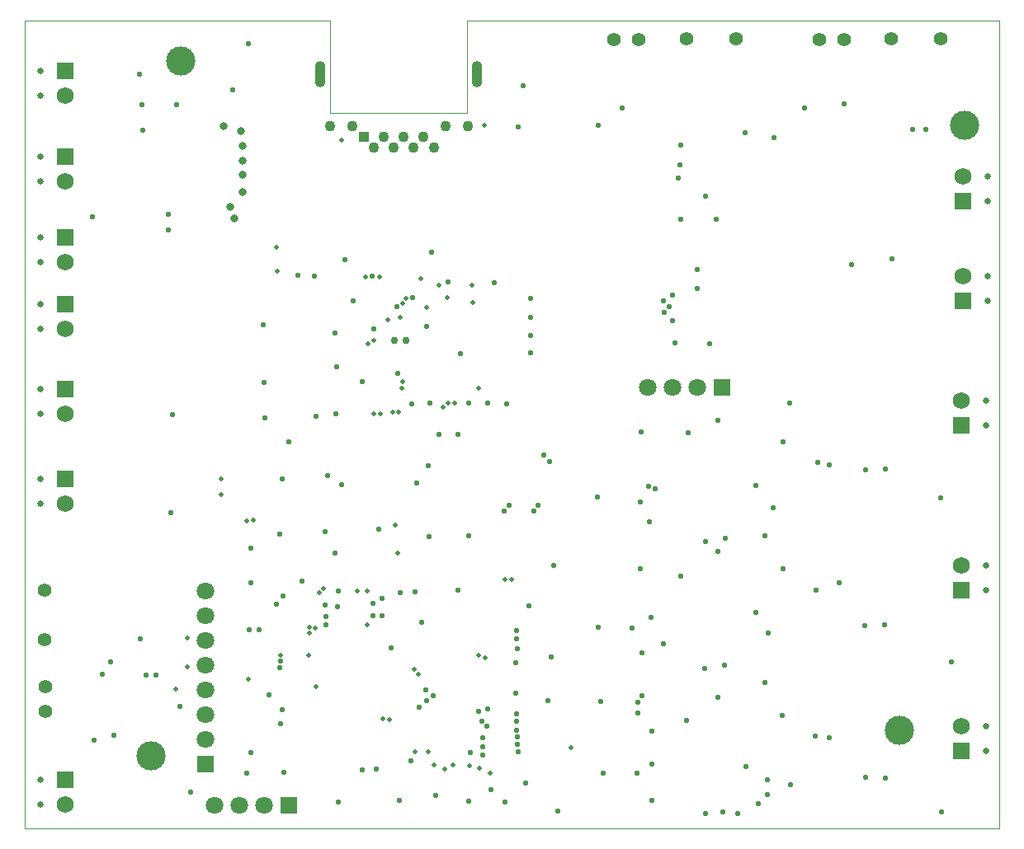
<source format=gbs>
G04*
G04 #@! TF.GenerationSoftware,Altium Limited,Altium Designer,19.0.9 (268)*
G04*
G04 Layer_Color=16711935*
%FSLAX25Y25*%
%MOIN*%
G70*
G01*
G75*
%ADD18C,0.00394*%
%ADD65C,0.11811*%
%ADD66C,0.07087*%
%ADD67R,0.07087X0.07087*%
%ADD68C,0.05512*%
%ADD69O,0.04331X0.10630*%
%ADD70C,0.04331*%
%ADD71R,0.04331X0.04331*%
%ADD72C,0.02559*%
%ADD73C,0.06890*%
%ADD74R,0.06890X0.06890*%
%ADD75R,0.07087X0.07087*%
%ADD76C,0.02165*%
%ADD77C,0.01968*%
%ADD78C,0.03150*%
%ADD79C,0.02992*%
D18*
X-0Y-326772D02*
X393701Y-326772D01*
X178740Y0D02*
X393701Y0D01*
X0D02*
X123386Y-0D01*
X123386Y-37480D02*
X178740Y-37480D01*
X393701Y-326772D02*
X393701Y0D01*
X-0Y-326772D02*
X0Y0D01*
X178740Y-37480D02*
X178740Y0D01*
X123386Y-37480D02*
X123386Y-0D01*
D65*
X353445Y-287106D02*
D03*
X379724Y-42323D02*
D03*
X62894Y-16535D02*
D03*
X50787Y-297638D02*
D03*
D66*
X251457Y-148327D02*
D03*
X261457D02*
D03*
X271457D02*
D03*
X73073Y-230748D02*
D03*
Y-240748D02*
D03*
Y-250748D02*
D03*
Y-260748D02*
D03*
Y-290748D02*
D03*
Y-280748D02*
D03*
Y-270748D02*
D03*
X96457Y-317520D02*
D03*
X86457D02*
D03*
X76457D02*
D03*
D67*
X281457Y-148327D02*
D03*
X106457Y-317520D02*
D03*
D68*
X330866Y-7874D02*
D03*
X320866Y-7874D02*
D03*
X349921Y-7638D02*
D03*
X369921D02*
D03*
X248110Y-7854D02*
D03*
X238110Y-7854D02*
D03*
X267165Y-7618D02*
D03*
X287165D02*
D03*
X8307Y-269646D02*
D03*
X8307Y-279646D02*
D03*
X8071Y-250590D02*
D03*
Y-230591D02*
D03*
D69*
X119409Y-21890D02*
D03*
X182717D02*
D03*
D70*
X132283Y-42835D02*
D03*
X165118Y-51417D02*
D03*
X161102Y-47087D02*
D03*
X157087Y-51417D02*
D03*
X153071Y-47087D02*
D03*
X149055Y-51417D02*
D03*
X145039Y-47087D02*
D03*
X141024Y-51417D02*
D03*
X123268Y-42835D02*
D03*
X169843D02*
D03*
X178858D02*
D03*
D71*
X137008Y-47087D02*
D03*
D72*
X389016Y-63150D02*
D03*
Y-73150D02*
D03*
X6316Y-159095D02*
D03*
Y-149094D02*
D03*
X6142Y-124862D02*
D03*
Y-114862D02*
D03*
X6240Y-97835D02*
D03*
Y-87835D02*
D03*
X6316Y-317087D02*
D03*
Y-307087D02*
D03*
X6339Y-30472D02*
D03*
Y-20472D02*
D03*
X6316Y-195630D02*
D03*
Y-185630D02*
D03*
X388140Y-153661D02*
D03*
Y-163661D02*
D03*
Y-220590D02*
D03*
Y-230591D02*
D03*
X389016Y-103583D02*
D03*
Y-113583D02*
D03*
X388140Y-285551D02*
D03*
Y-295551D02*
D03*
X6316Y-65118D02*
D03*
Y-55118D02*
D03*
D73*
X379016Y-63150D02*
D03*
X16316Y-159095D02*
D03*
X16142Y-124862D02*
D03*
X16240Y-97835D02*
D03*
X16316Y-317087D02*
D03*
X16339Y-30472D02*
D03*
X16316Y-195630D02*
D03*
X378140Y-153661D02*
D03*
Y-220590D02*
D03*
X379016Y-103583D02*
D03*
X378140Y-285551D02*
D03*
X16316Y-65118D02*
D03*
D74*
X379016Y-73150D02*
D03*
X16316Y-149094D02*
D03*
X16142Y-114862D02*
D03*
X16240Y-87835D02*
D03*
X16316Y-307087D02*
D03*
X16339Y-20472D02*
D03*
X16316Y-185630D02*
D03*
X378140Y-163661D02*
D03*
Y-230591D02*
D03*
X379016Y-113583D02*
D03*
X378140Y-295551D02*
D03*
X16316Y-55118D02*
D03*
D75*
X73073Y-300748D02*
D03*
D76*
X347736Y-306420D02*
D03*
X52950Y-264663D02*
D03*
X48797Y-264764D02*
D03*
X66831Y-312106D02*
D03*
X61221Y-34055D02*
D03*
X46211Y-21850D02*
D03*
X103267Y-284350D02*
D03*
X104724Y-304064D02*
D03*
X188164Y-311221D02*
D03*
X156102Y-299570D02*
D03*
X142028Y-302873D02*
D03*
X122423Y-184055D02*
D03*
X104035Y-185361D02*
D03*
X125315Y-215551D02*
D03*
X198383Y-272146D02*
D03*
X199016Y-254297D02*
D03*
X106595Y-170472D02*
D03*
X151761Y-231563D02*
D03*
X160138Y-243622D02*
D03*
X174803Y-230591D02*
D03*
X157616Y-231136D02*
D03*
X164173Y-93898D02*
D03*
X176024Y-134843D02*
D03*
X198524Y-250295D02*
D03*
X211811Y-178347D02*
D03*
X209547Y-175886D02*
D03*
X198602Y-246949D02*
D03*
X180020Y-296063D02*
D03*
X147908Y-253839D02*
D03*
X121219Y-236319D02*
D03*
X90256Y-9449D02*
D03*
X199311Y-43071D02*
D03*
X179390Y-154774D02*
D03*
X262697Y-130610D02*
D03*
X264961Y-80650D02*
D03*
X215354Y-319882D02*
D03*
X165945Y-313583D02*
D03*
X179390Y-315945D02*
D03*
X150394Y-115748D02*
D03*
X104232Y-232776D02*
D03*
X156693Y-112008D02*
D03*
X170965Y-105793D02*
D03*
X141043Y-124862D02*
D03*
X132677Y-113386D02*
D03*
X129441Y-96850D02*
D03*
X174803Y-167323D02*
D03*
X167126Y-167362D02*
D03*
X271665Y-108575D02*
D03*
X271685Y-100972D02*
D03*
X126490Y-230746D02*
D03*
X194598Y-155043D02*
D03*
X329075Y-227402D02*
D03*
X370354Y-320236D02*
D03*
X288071Y-320768D02*
D03*
X264724Y-58425D02*
D03*
X350335Y-96398D02*
D03*
X364094Y-44311D02*
D03*
X358642D02*
D03*
X334114Y-98701D02*
D03*
X302658Y-47441D02*
D03*
X290787Y-45571D02*
D03*
X248937Y-166575D02*
D03*
X251909Y-188563D02*
D03*
X231181Y-192677D02*
D03*
X205709Y-198445D02*
D03*
X193740Y-198366D02*
D03*
X207185Y-196063D02*
D03*
X195551Y-196240D02*
D03*
X213760Y-220472D02*
D03*
X203622Y-236673D02*
D03*
X144291Y-233839D02*
D03*
X144331Y-240905D02*
D03*
X183366Y-279331D02*
D03*
X198721Y-280630D02*
D03*
X140669Y-235669D02*
D03*
X140728Y-240965D02*
D03*
X186752Y-285453D02*
D03*
X184587Y-283347D02*
D03*
X198602Y-283504D02*
D03*
X186831Y-278524D02*
D03*
X211378Y-275118D02*
D03*
X261575Y-121319D02*
D03*
X275020Y-71260D02*
D03*
X276654Y-130748D02*
D03*
X279370Y-80650D02*
D03*
X260295Y-115748D02*
D03*
X261595Y-111024D02*
D03*
X199232Y-295768D02*
D03*
X258051Y-113583D02*
D03*
X258248Y-118307D02*
D03*
X199016Y-292756D02*
D03*
X198839Y-289823D02*
D03*
X263957Y-63779D02*
D03*
X198484Y-287146D02*
D03*
X309114Y-154862D02*
D03*
X279784Y-161752D02*
D03*
X267874Y-166949D02*
D03*
X254488Y-189469D02*
D03*
X252165Y-202854D02*
D03*
X248543Y-194744D02*
D03*
X279823Y-273760D02*
D03*
X265020Y-224882D02*
D03*
X279921Y-214685D02*
D03*
X248465Y-221713D02*
D03*
X252894Y-241516D02*
D03*
X253346Y-300866D02*
D03*
X247638Y-280276D02*
D03*
X257933Y-252047D02*
D03*
X253248Y-287362D02*
D03*
X247618Y-275807D02*
D03*
X274843Y-210965D02*
D03*
X282874Y-209488D02*
D03*
X298957Y-208347D02*
D03*
X302224Y-197205D02*
D03*
X320315Y-178878D02*
D03*
X324980Y-179882D02*
D03*
X339705Y-181653D02*
D03*
X315059Y-35335D02*
D03*
X300335Y-247657D02*
D03*
X179350Y-208642D02*
D03*
X96161Y-122992D02*
D03*
X96496Y-146339D02*
D03*
X282047Y-320000D02*
D03*
X274961Y-320886D02*
D03*
X296240Y-316968D02*
D03*
X309331Y-309114D02*
D03*
X299902Y-313209D02*
D03*
X347756Y-181634D02*
D03*
X369921Y-193189D02*
D03*
X319587Y-230551D02*
D03*
X347303Y-244646D02*
D03*
X339370Y-244705D02*
D03*
X299882Y-306988D02*
D03*
X374193Y-259370D02*
D03*
X267441Y-283248D02*
D03*
X274764Y-262087D02*
D03*
X282677Y-260807D02*
D03*
X298799Y-267776D02*
D03*
X295394Y-188150D02*
D03*
X291201Y-301811D02*
D03*
X306279Y-170354D02*
D03*
X306201Y-221791D02*
D03*
X306102Y-281102D02*
D03*
X28032Y-291240D02*
D03*
X231476Y-245433D02*
D03*
X245158Y-245709D02*
D03*
X249173Y-255866D02*
D03*
X253130Y-315374D02*
D03*
X184921Y-290197D02*
D03*
Y-293779D02*
D03*
X162303Y-275276D02*
D03*
X161988Y-270965D02*
D03*
X126398Y-237047D02*
D03*
X164823Y-273110D02*
D03*
X232756Y-275394D02*
D03*
X184921Y-297028D02*
D03*
X159331Y-277658D02*
D03*
X121673Y-244646D02*
D03*
X249350Y-273150D02*
D03*
X121732Y-241280D02*
D03*
X140374Y-103465D02*
D03*
X201398Y-26319D02*
D03*
X331102Y-33686D02*
D03*
X264862Y-50591D02*
D03*
X241240Y-35531D02*
D03*
X231496Y-42520D02*
D03*
X162894Y-180020D02*
D03*
X96850Y-160728D02*
D03*
X103150Y-259252D02*
D03*
X94685Y-246358D02*
D03*
X90551D02*
D03*
X31299Y-264370D02*
D03*
X98622Y-272736D02*
D03*
X101772Y-236122D02*
D03*
X111791Y-226673D02*
D03*
X103091Y-261822D02*
D03*
X102854Y-207972D02*
D03*
X212697Y-257382D02*
D03*
X198383Y-259764D02*
D03*
X295276Y-239469D02*
D03*
X59646Y-159646D02*
D03*
X59055Y-199213D02*
D03*
X46716Y-250294D02*
D03*
X34616Y-259539D02*
D03*
X62762Y-277471D02*
D03*
X27165Y-79331D02*
D03*
X35935Y-289075D02*
D03*
X103937Y-278740D02*
D03*
X91339Y-296260D02*
D03*
X247441Y-304331D02*
D03*
X233465D02*
D03*
X91339Y-227559D02*
D03*
Y-213583D02*
D03*
X319291Y-289567D02*
D03*
X324803Y-290158D02*
D03*
X339764Y-306069D02*
D03*
X151339Y-315551D02*
D03*
X126575Y-316142D02*
D03*
X202264Y-308484D02*
D03*
X57972Y-78465D02*
D03*
X47343Y-34154D02*
D03*
X47539Y-44390D02*
D03*
X57874Y-84941D02*
D03*
X89764Y-304429D02*
D03*
X204232Y-127334D02*
D03*
Y-134350D02*
D03*
X156398Y-155000D02*
D03*
X163681Y-154921D02*
D03*
X121358Y-206936D02*
D03*
X158268Y-187303D02*
D03*
X127953Y-187894D02*
D03*
X163386Y-208858D02*
D03*
X143110Y-205709D02*
D03*
X204232Y-112500D02*
D03*
X187008Y-154724D02*
D03*
X204232Y-120079D02*
D03*
X162402Y-123661D02*
D03*
X189764Y-106299D02*
D03*
X125591Y-159095D02*
D03*
X117776Y-160236D02*
D03*
X125984Y-140157D02*
D03*
X116929Y-103347D02*
D03*
X110236Y-103150D02*
D03*
X136264Y-146260D02*
D03*
X150591Y-142717D02*
D03*
X125315Y-126575D02*
D03*
X84049Y-28059D02*
D03*
X193996Y-316142D02*
D03*
X136339Y-303150D02*
D03*
D77*
X60827Y-270374D02*
D03*
X185551Y-42618D02*
D03*
X220571Y-293996D02*
D03*
X169024Y-156461D02*
D03*
X118805Y-231507D02*
D03*
X101909Y-101496D02*
D03*
X138297Y-244409D02*
D03*
X157283Y-262598D02*
D03*
X188071Y-304468D02*
D03*
X183583Y-302559D02*
D03*
X183150Y-256909D02*
D03*
X196752Y-226142D02*
D03*
X159075Y-264469D02*
D03*
X144587Y-282579D02*
D03*
X147343Y-282756D02*
D03*
X117283Y-245866D02*
D03*
X114891Y-245475D02*
D03*
X120681Y-229811D02*
D03*
X151024Y-158366D02*
D03*
X143740Y-159213D02*
D03*
X171047Y-154847D02*
D03*
X127953Y-48465D02*
D03*
X137587Y-103937D02*
D03*
X160059Y-104370D02*
D03*
X167323Y-107283D02*
D03*
X143268Y-103957D02*
D03*
X152559Y-114482D02*
D03*
X65453Y-249705D02*
D03*
Y-261516D02*
D03*
X117776Y-269488D02*
D03*
X185893Y-257776D02*
D03*
X90256Y-266634D02*
D03*
X103150Y-256791D02*
D03*
X114469D02*
D03*
X79331Y-191929D02*
D03*
Y-185630D02*
D03*
X157480Y-295669D02*
D03*
X173031Y-301181D02*
D03*
X162992Y-295669D02*
D03*
X115059Y-247953D02*
D03*
X92126Y-202165D02*
D03*
X169685Y-302953D02*
D03*
X165354Y-301058D02*
D03*
X89491Y-202362D02*
D03*
X179646Y-301575D02*
D03*
X141024Y-159153D02*
D03*
X152362Y-148917D02*
D03*
X149705Y-204134D02*
D03*
X134370Y-230738D02*
D03*
X183169Y-148819D02*
D03*
X152559Y-146063D02*
D03*
X150768Y-215453D02*
D03*
X138287Y-230709D02*
D03*
X148524Y-158366D02*
D03*
X173622Y-154872D02*
D03*
X193996Y-225984D02*
D03*
X101772Y-91929D02*
D03*
X138484Y-130807D02*
D03*
X141043Y-129429D02*
D03*
X146653Y-121063D02*
D03*
X181102Y-113990D02*
D03*
X180567Y-107233D02*
D03*
X170522Y-112205D02*
D03*
X162402Y-116142D02*
D03*
X154090Y-112642D02*
D03*
X151575Y-120079D02*
D03*
D78*
X82972Y-75492D02*
D03*
X87992Y-69390D02*
D03*
X87205Y-44980D02*
D03*
X88090Y-56693D02*
D03*
X80413Y-42717D02*
D03*
X87894Y-62402D02*
D03*
X88090Y-50787D02*
D03*
X84744Y-80216D02*
D03*
D79*
X149213Y-129528D02*
D03*
X153937D02*
D03*
M02*

</source>
